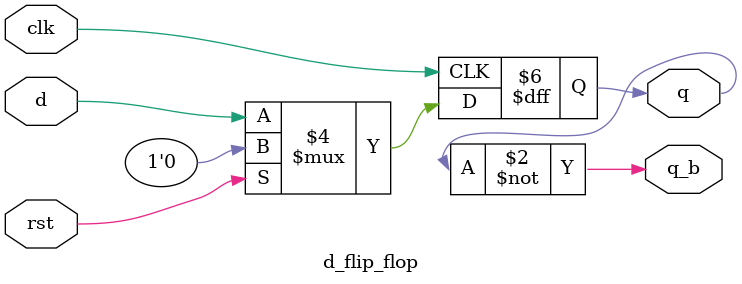
<source format=v>
`timescale 1ns / 1ps
module d_flip_flop(d,rst,clk,q,q_b);
    input d,rst,clk;
    output reg q;
    output q_b;
    always @(posedge clk)
        begin
            if(rst)
                q<=1'b0;
            else    
                q<=d;
        end
        assign q_b=~q;
endmodule

</source>
